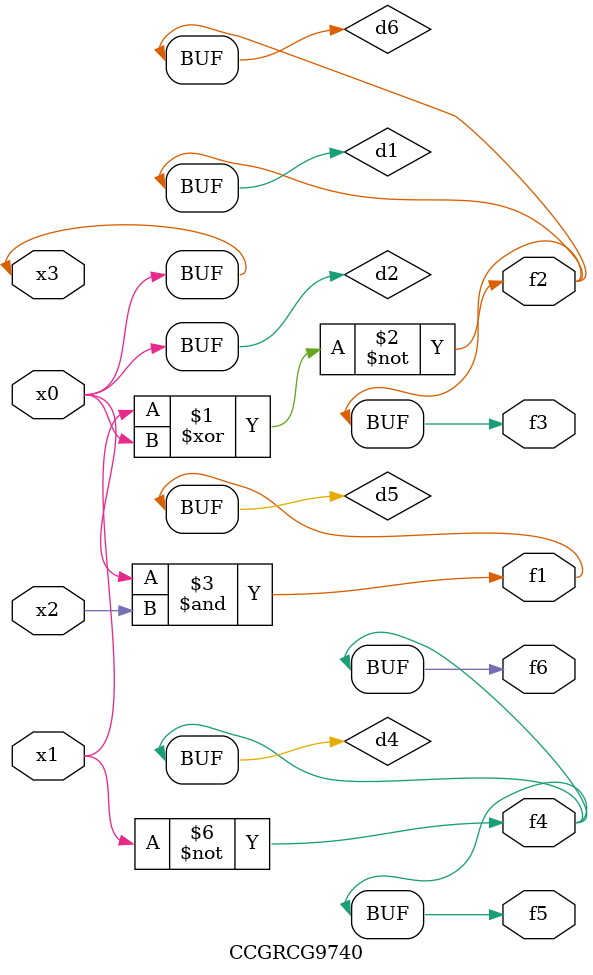
<source format=v>
module CCGRCG9740(
	input x0, x1, x2, x3,
	output f1, f2, f3, f4, f5, f6
);

	wire d1, d2, d3, d4, d5, d6;

	xnor (d1, x1, x3);
	buf (d2, x0, x3);
	nand (d3, x0, x2);
	not (d4, x1);
	nand (d5, d3);
	or (d6, d1);
	assign f1 = d5;
	assign f2 = d6;
	assign f3 = d6;
	assign f4 = d4;
	assign f5 = d4;
	assign f6 = d4;
endmodule

</source>
